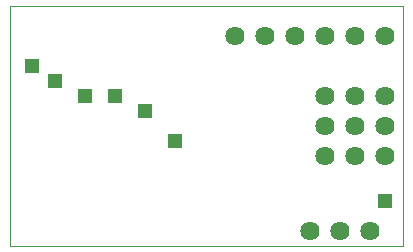
<source format=gbs>
G75*
%MOIN*%
%OFA0B0*%
%FSLAX25Y25*%
%IPPOS*%
%LPD*%
%AMOC8*
5,1,8,0,0,1.08239X$1,22.5*
%
%ADD10C,0.00000*%
%ADD11C,0.06400*%
%ADD12R,0.04762X0.04762*%
D10*
X0036368Y0001000D02*
X0036368Y0080961D01*
X0167569Y0080961D01*
X0167569Y0001000D01*
X0036368Y0001000D01*
D11*
X0136368Y0006000D03*
X0146368Y0006000D03*
X0156368Y0006000D03*
X0151368Y0031000D03*
X0141368Y0031000D03*
X0161368Y0031000D03*
X0161368Y0041000D03*
X0151368Y0041000D03*
X0141368Y0041000D03*
X0141368Y0051000D03*
X0151368Y0051000D03*
X0161368Y0051000D03*
X0161368Y0071000D03*
X0151368Y0071000D03*
X0141368Y0071000D03*
X0131368Y0071000D03*
X0121368Y0071000D03*
X0111368Y0071000D03*
D12*
X0141368Y0071000D03*
X0081368Y0046000D03*
X0071368Y0051000D03*
X0061368Y0051000D03*
X0051368Y0056000D03*
X0043868Y0061000D03*
X0091368Y0036000D03*
X0161368Y0016000D03*
M02*

</source>
